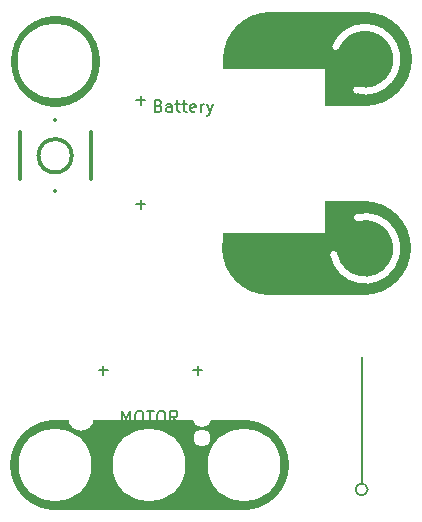
<source format=gto>
%TF.GenerationSoftware,KiCad,Pcbnew,4.0.7-e2-6376~58~ubuntu16.04.1*%
%TF.CreationDate,2017-10-07T16:36:03-07:00*%
%TF.ProjectId,VibeMotor-Button-Battery,566962654D6F746F722D427574746F6E,v1.3*%
%TF.FileFunction,Legend,Top*%
%FSLAX46Y46*%
G04 Gerber Fmt 4.6, Leading zero omitted, Abs format (unit mm)*
G04 Created by KiCad (PCBNEW 4.0.7-e2-6376~58~ubuntu16.04.1) date Sat Oct  7 16:36:03 2017*
%MOMM*%
%LPD*%
G01*
G04 APERTURE LIST*
%ADD10C,0.350000*%
%ADD11C,0.152400*%
%ADD12C,7.500000*%
%ADD13C,0.150000*%
%ADD14C,8.000000*%
%ADD15C,7.600000*%
%ADD16C,0.317500*%
%ADD17C,0.254000*%
%ADD18C,0.600000*%
%ADD19C,1.852400*%
%ADD20C,6.352400*%
%ADD21R,2.752400X5.712400*%
%ADD22R,9.152400X13.952400*%
%ADD23C,1.452400*%
%ADD24C,1.552400*%
%ADD25C,2.152400*%
%ADD26C,6.152400*%
G04 APERTURE END LIST*
D10*
D11*
X35065305Y-60771919D02*
X35065305Y-59755919D01*
X35403971Y-60481633D01*
X35742638Y-59755919D01*
X35742638Y-60771919D01*
X36419972Y-59755919D02*
X36613495Y-59755919D01*
X36710257Y-59804300D01*
X36807019Y-59901062D01*
X36855400Y-60094586D01*
X36855400Y-60433252D01*
X36807019Y-60626776D01*
X36710257Y-60723538D01*
X36613495Y-60771919D01*
X36419972Y-60771919D01*
X36323210Y-60723538D01*
X36226448Y-60626776D01*
X36178067Y-60433252D01*
X36178067Y-60094586D01*
X36226448Y-59901062D01*
X36323210Y-59804300D01*
X36419972Y-59755919D01*
X37145686Y-59755919D02*
X37726257Y-59755919D01*
X37435972Y-60771919D02*
X37435972Y-59755919D01*
X38258448Y-59755919D02*
X38451971Y-59755919D01*
X38548733Y-59804300D01*
X38645495Y-59901062D01*
X38693876Y-60094586D01*
X38693876Y-60433252D01*
X38645495Y-60626776D01*
X38548733Y-60723538D01*
X38451971Y-60771919D01*
X38258448Y-60771919D01*
X38161686Y-60723538D01*
X38064924Y-60626776D01*
X38016543Y-60433252D01*
X38016543Y-60094586D01*
X38064924Y-59901062D01*
X38161686Y-59804300D01*
X38258448Y-59755919D01*
X39709876Y-60771919D02*
X39371210Y-60288110D01*
X39129305Y-60771919D02*
X39129305Y-59755919D01*
X39516352Y-59755919D01*
X39613114Y-59804300D01*
X39661495Y-59852681D01*
X39709876Y-59949443D01*
X39709876Y-60094586D01*
X39661495Y-60191348D01*
X39613114Y-60239729D01*
X39516352Y-60288110D01*
X39129305Y-60288110D01*
X55321200Y-65836800D02*
X55321200Y-55168800D01*
X55830133Y-66408300D02*
G75*
G03X55830133Y-66408300I-508933J0D01*
G01*
D12*
X29362400Y-30213300D02*
X29362400Y-30086300D01*
D13*
X32376600Y-40158400D02*
X32376600Y-36158400D01*
X26376600Y-40158400D02*
X26376600Y-36158400D01*
D10*
X29376600Y-41158400D02*
X29376600Y-41158400D01*
X32376600Y-36158400D02*
X32376600Y-40158400D01*
X26376600Y-36158400D02*
X26376600Y-40158400D01*
X29376600Y-35158400D02*
X29376600Y-35158400D01*
X30790814Y-38158400D02*
G75*
G03X30790814Y-38158400I-1414214J0D01*
G01*
D14*
X47613300Y-29985700D02*
X47613300Y-45985700D01*
X55613300Y-29985700D02*
X47613300Y-29985700D01*
X55513300Y-45985700D02*
X47513300Y-45985700D01*
D15*
X45364400Y-64311800D02*
X29364400Y-64311800D01*
D13*
X38141871Y-33914271D02*
X38284728Y-33961890D01*
X38332347Y-34009510D01*
X38379966Y-34104748D01*
X38379966Y-34247605D01*
X38332347Y-34342843D01*
X38284728Y-34390462D01*
X38189490Y-34438081D01*
X37808537Y-34438081D01*
X37808537Y-33438081D01*
X38141871Y-33438081D01*
X38237109Y-33485700D01*
X38284728Y-33533319D01*
X38332347Y-33628557D01*
X38332347Y-33723795D01*
X38284728Y-33819033D01*
X38237109Y-33866652D01*
X38141871Y-33914271D01*
X37808537Y-33914271D01*
X39237109Y-34438081D02*
X39237109Y-33914271D01*
X39189490Y-33819033D01*
X39094252Y-33771414D01*
X38903775Y-33771414D01*
X38808537Y-33819033D01*
X39237109Y-34390462D02*
X39141871Y-34438081D01*
X38903775Y-34438081D01*
X38808537Y-34390462D01*
X38760918Y-34295224D01*
X38760918Y-34199986D01*
X38808537Y-34104748D01*
X38903775Y-34057129D01*
X39141871Y-34057129D01*
X39237109Y-34009510D01*
X39570442Y-33771414D02*
X39951394Y-33771414D01*
X39713299Y-33438081D02*
X39713299Y-34295224D01*
X39760918Y-34390462D01*
X39856156Y-34438081D01*
X39951394Y-34438081D01*
X40141871Y-33771414D02*
X40522823Y-33771414D01*
X40284728Y-33438081D02*
X40284728Y-34295224D01*
X40332347Y-34390462D01*
X40427585Y-34438081D01*
X40522823Y-34438081D01*
X41237110Y-34390462D02*
X41141872Y-34438081D01*
X40951395Y-34438081D01*
X40856157Y-34390462D01*
X40808538Y-34295224D01*
X40808538Y-33914271D01*
X40856157Y-33819033D01*
X40951395Y-33771414D01*
X41141872Y-33771414D01*
X41237110Y-33819033D01*
X41284729Y-33914271D01*
X41284729Y-34009510D01*
X40808538Y-34104748D01*
X41713300Y-34438081D02*
X41713300Y-33771414D01*
X41713300Y-33961890D02*
X41760919Y-33866652D01*
X41808538Y-33819033D01*
X41903776Y-33771414D01*
X41999015Y-33771414D01*
X42237110Y-33771414D02*
X42475205Y-34438081D01*
X42713301Y-33771414D02*
X42475205Y-34438081D01*
X42379967Y-34676176D01*
X42332348Y-34723795D01*
X42237110Y-34771414D01*
X36232348Y-42257129D02*
X36994253Y-42257129D01*
X36613301Y-42638081D02*
X36613301Y-41876176D01*
X36232348Y-33457129D02*
X36994253Y-33457129D01*
X36613301Y-33838081D02*
X36613301Y-33076176D01*
X33435829Y-56692752D02*
X33435829Y-55930847D01*
X33816781Y-56311799D02*
X33054876Y-56311799D01*
X41435829Y-56692752D02*
X41435829Y-55930847D01*
X41816781Y-56311799D02*
X41054876Y-56311799D01*
%LPC*%
D16*
X57293329Y-63363323D02*
X57359852Y-63429847D01*
X57426376Y-63629418D01*
X57426376Y-63762466D01*
X57359852Y-63962038D01*
X57226805Y-64095085D01*
X57093757Y-64161609D01*
X56827662Y-64228133D01*
X56628090Y-64228133D01*
X56361995Y-64161609D01*
X56228948Y-64095085D01*
X56095900Y-63962038D01*
X56029376Y-63762466D01*
X56029376Y-63629418D01*
X56095900Y-63429847D01*
X56162424Y-63363323D01*
X57426376Y-62764609D02*
X56029376Y-62764609D01*
X57426376Y-61301085D02*
X56761138Y-61766752D01*
X57426376Y-62099371D02*
X56029376Y-62099371D01*
X56029376Y-61567180D01*
X56095900Y-61434133D01*
X56162424Y-61367609D01*
X56295471Y-61301085D01*
X56495043Y-61301085D01*
X56628090Y-61367609D01*
X56694614Y-61434133D01*
X56761138Y-61567180D01*
X56761138Y-62099371D01*
X57293329Y-59904085D02*
X57359852Y-59970609D01*
X57426376Y-60170180D01*
X57426376Y-60303228D01*
X57359852Y-60502800D01*
X57226805Y-60635847D01*
X57093757Y-60702371D01*
X56827662Y-60768895D01*
X56628090Y-60768895D01*
X56361995Y-60702371D01*
X56228948Y-60635847D01*
X56095900Y-60502800D01*
X56029376Y-60303228D01*
X56029376Y-60170180D01*
X56095900Y-59970609D01*
X56162424Y-59904085D01*
X56029376Y-59305371D02*
X57160281Y-59305371D01*
X57293329Y-59238847D01*
X57359852Y-59172323D01*
X57426376Y-59039276D01*
X57426376Y-58773180D01*
X57359852Y-58640133D01*
X57293329Y-58573609D01*
X57160281Y-58507085D01*
X56029376Y-58507085D01*
X57426376Y-57841847D02*
X56029376Y-57841847D01*
X56029376Y-57376180D02*
X56029376Y-56577895D01*
X57426376Y-56977038D02*
X56029376Y-56977038D01*
X57359852Y-56178752D02*
X57426376Y-55979180D01*
X57426376Y-55646561D01*
X57359852Y-55513514D01*
X57293329Y-55446990D01*
X57160281Y-55380466D01*
X57027233Y-55380466D01*
X56894186Y-55446990D01*
X56827662Y-55513514D01*
X56761138Y-55646561D01*
X56694614Y-55912657D01*
X56628090Y-56045704D01*
X56561567Y-56112228D01*
X56428519Y-56178752D01*
X56295471Y-56178752D01*
X56162424Y-56112228D01*
X56095900Y-56045704D01*
X56029376Y-55912657D01*
X56029376Y-55580037D01*
X56095900Y-55380466D01*
X54562829Y-64600062D02*
X54629352Y-64666586D01*
X54695876Y-64866157D01*
X54695876Y-64999205D01*
X54629352Y-65198777D01*
X54496305Y-65331824D01*
X54363257Y-65398348D01*
X54097162Y-65464872D01*
X53897590Y-65464872D01*
X53631495Y-65398348D01*
X53498448Y-65331824D01*
X53365400Y-65198777D01*
X53298876Y-64999205D01*
X53298876Y-64866157D01*
X53365400Y-64666586D01*
X53431924Y-64600062D01*
X54695876Y-63203062D02*
X54030638Y-63668729D01*
X54695876Y-64001348D02*
X53298876Y-64001348D01*
X53298876Y-63469157D01*
X53365400Y-63336110D01*
X53431924Y-63269586D01*
X53564971Y-63203062D01*
X53764543Y-63203062D01*
X53897590Y-63269586D01*
X53964114Y-63336110D01*
X54030638Y-63469157D01*
X54030638Y-64001348D01*
X54296733Y-62670872D02*
X54296733Y-62005634D01*
X54695876Y-62803919D02*
X53298876Y-62338253D01*
X54695876Y-61872586D01*
X53298876Y-61539967D02*
X53298876Y-60608633D01*
X54695876Y-61539967D01*
X54695876Y-60608633D01*
X54030638Y-59810348D02*
X54695876Y-59810348D01*
X53298876Y-60276014D02*
X54030638Y-59810348D01*
X53298876Y-59344681D01*
D11*
X54114700Y-54152800D02*
X55067200Y-55295800D01*
X55067200Y-55486300D02*
X54114700Y-54152800D01*
X54241700Y-54533800D02*
X55067200Y-55486300D01*
X55003700Y-55613300D02*
X54241700Y-54533800D01*
X54305200Y-54724300D02*
X55003700Y-55613300D01*
X55067200Y-55867300D02*
X54305200Y-54724300D01*
X54432200Y-55041800D02*
X55067200Y-55867300D01*
X55003700Y-55994300D02*
X54432200Y-55041800D01*
X54432200Y-55232300D02*
X55003700Y-55994300D01*
X54876700Y-55994300D02*
X54432200Y-55232300D01*
X54432200Y-55486300D02*
X54876700Y-55994300D01*
X54749700Y-56057800D02*
X54432200Y-55486300D01*
X54241700Y-55486300D02*
X54749700Y-56057800D01*
X54114700Y-55486300D02*
X54622700Y-56121300D01*
X53924200Y-55359300D02*
X54495700Y-56184800D01*
X53797200Y-55359300D02*
X54368700Y-56184800D01*
D17*
X55003700Y-57200800D02*
X54114700Y-57835800D01*
D11*
X55130700Y-55295800D02*
X55130700Y-57264300D01*
X53987700Y-53708300D02*
X55130700Y-55295800D01*
X54432200Y-55486300D02*
X53987700Y-53708300D01*
X53543200Y-55168800D02*
X54432200Y-55486300D01*
X54241700Y-56248300D02*
X53543200Y-55168800D01*
X52781200Y-57073800D02*
X54305200Y-56248300D01*
X54178200Y-57010300D02*
X52781200Y-57073800D01*
X53924200Y-58089800D02*
X54178200Y-57010300D01*
X55130700Y-57264300D02*
X53924200Y-58089800D01*
D17*
X55003700Y-57010300D02*
X54114700Y-57645300D01*
X55003700Y-56819800D02*
X54178200Y-57391300D01*
X55003700Y-56692800D02*
X54241700Y-57137300D01*
X55003700Y-56438800D02*
X54178200Y-56883300D01*
X55003700Y-56248300D02*
X53924200Y-56819800D01*
X55003700Y-56057800D02*
X53289200Y-56946800D01*
X53987700Y-56883300D02*
X53162200Y-56946800D01*
D18*
X54902476Y-32592058D02*
G75*
G03X53136800Y-28906200I710824J2606358D01*
G01*
X52975938Y-46527884D02*
G75*
G03X54978300Y-43384200I2640220J527860D01*
G01*
X42185162Y-29445516D02*
G75*
G03X40182800Y-32589200I-2640220J-527860D01*
G01*
X40322124Y-43381342D02*
G75*
G03X42087800Y-47067200I-710824J-2606358D01*
G01*
D19*
X31376600Y-35158400D03*
X31376600Y-41158400D03*
X27376600Y-35158400D03*
X27376600Y-41158400D03*
D20*
X29362400Y-46151800D03*
X29362400Y-30151800D03*
D21*
X37413300Y-37985700D03*
D22*
X47617300Y-37731700D03*
D21*
X57813300Y-37985700D03*
D23*
X41789400Y-58736800D03*
D24*
X41789400Y-60386800D03*
D23*
X41789400Y-62036800D03*
D25*
X31589400Y-60386800D03*
D26*
X29364400Y-56311800D03*
X45364400Y-56311800D03*
X45364400Y-64311800D03*
X37364400Y-64311800D03*
X29364400Y-64311800D03*
X37364400Y-56311800D03*
M02*

</source>
